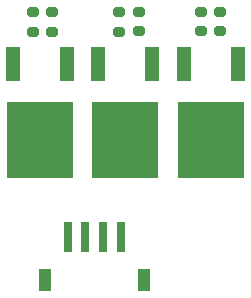
<source format=gbr>
%TF.GenerationSoftware,KiCad,Pcbnew,7.0.7*%
%TF.CreationDate,2024-03-20T19:05:46+01:00*%
%TF.ProjectId,DriverRGB_v2,44726976-6572-4524-9742-5f76322e6b69,v02*%
%TF.SameCoordinates,Original*%
%TF.FileFunction,Paste,Top*%
%TF.FilePolarity,Positive*%
%FSLAX46Y46*%
G04 Gerber Fmt 4.6, Leading zero omitted, Abs format (unit mm)*
G04 Created by KiCad (PCBNEW 7.0.7) date 2024-03-20 19:05:46*
%MOMM*%
%LPD*%
G01*
G04 APERTURE LIST*
G04 Aperture macros list*
%AMRoundRect*
0 Rectangle with rounded corners*
0 $1 Rounding radius*
0 $2 $3 $4 $5 $6 $7 $8 $9 X,Y pos of 4 corners*
0 Add a 4 corners polygon primitive as box body*
4,1,4,$2,$3,$4,$5,$6,$7,$8,$9,$2,$3,0*
0 Add four circle primitives for the rounded corners*
1,1,$1+$1,$2,$3*
1,1,$1+$1,$4,$5*
1,1,$1+$1,$6,$7*
1,1,$1+$1,$8,$9*
0 Add four rect primitives between the rounded corners*
20,1,$1+$1,$2,$3,$4,$5,0*
20,1,$1+$1,$4,$5,$6,$7,0*
20,1,$1+$1,$6,$7,$8,$9,0*
20,1,$1+$1,$8,$9,$2,$3,0*%
G04 Aperture macros list end*
%ADD10R,1.250000X2.850000*%
%ADD11R,5.550000X6.500000*%
%ADD12R,0.700000X2.500000*%
%ADD13R,1.100000X1.900000*%
%ADD14RoundRect,0.200000X-0.275000X0.200000X-0.275000X-0.200000X0.275000X-0.200000X0.275000X0.200000X0*%
G04 APERTURE END LIST*
D10*
%TO.C,Q1*%
X144697800Y-100365450D03*
X140137800Y-100365450D03*
D11*
X142417800Y-106765450D03*
%TD*%
D12*
%TO.C,J2*%
X144739800Y-115011200D03*
X146239800Y-115011200D03*
X147739800Y-115011200D03*
X149239800Y-115011200D03*
D13*
X142789800Y-118611200D03*
X151189800Y-118611200D03*
%TD*%
D14*
%TO.C,R2*%
X141782800Y-95949000D03*
X141782800Y-97599000D03*
%TD*%
D10*
%TO.C,Q3*%
X159181800Y-100380800D03*
X154621800Y-100380800D03*
D11*
X156901800Y-106780800D03*
%TD*%
D14*
%TO.C,R1*%
X143433800Y-95949000D03*
X143433800Y-97599000D03*
%TD*%
%TO.C,R4*%
X149072600Y-95949000D03*
X149072600Y-97599000D03*
%TD*%
%TO.C,R3*%
X150749000Y-95948000D03*
X150749000Y-97598000D03*
%TD*%
%TO.C,R6*%
X155987400Y-95948200D03*
X155987400Y-97598200D03*
%TD*%
D10*
%TO.C,Q2*%
X151886000Y-100381600D03*
X147326000Y-100381600D03*
D11*
X149606000Y-106781600D03*
%TD*%
D14*
%TO.C,R5*%
X157638400Y-95948200D03*
X157638400Y-97598200D03*
%TD*%
M02*

</source>
